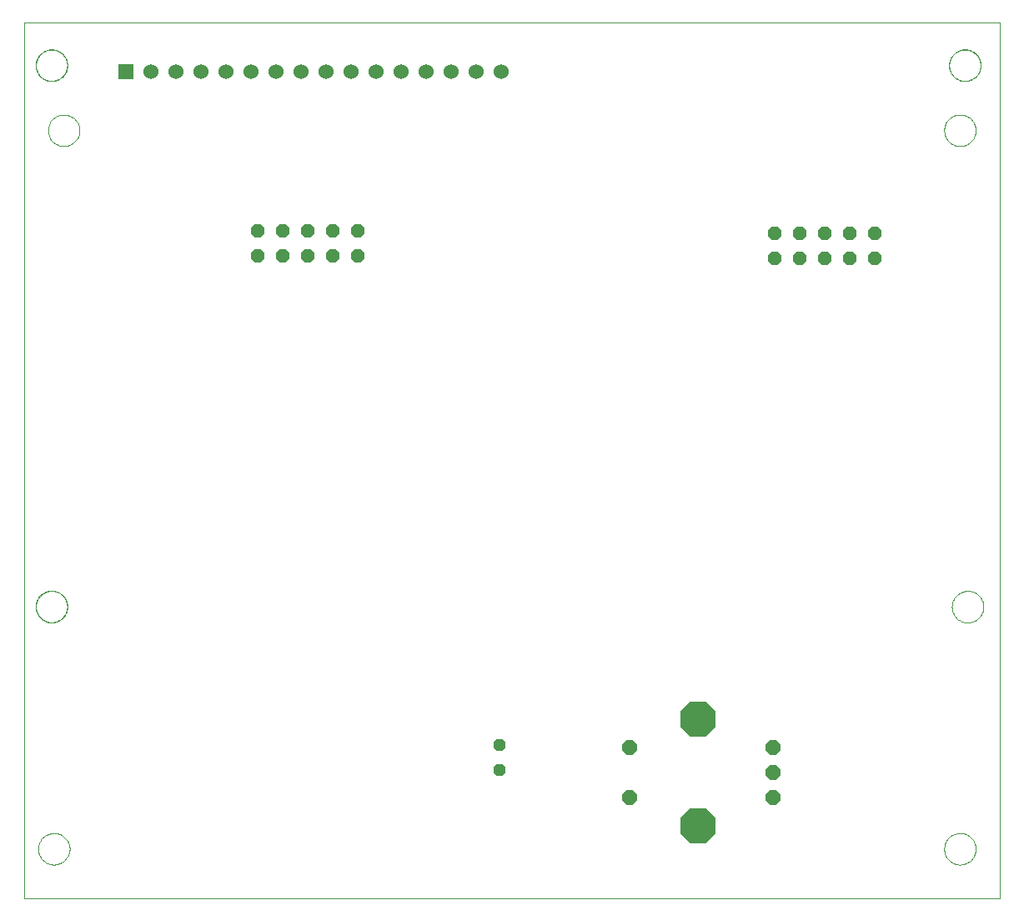
<source format=gtl>
G75*
%MOIN*%
%OFA0B0*%
%FSLAX24Y24*%
%IPPOS*%
%LPD*%
%AMOC8*
5,1,8,0,0,1.08239X$1,22.5*
%
%ADD10C,0.0000*%
%ADD11OC8,0.0591*%
%ADD12OC8,0.1424*%
%ADD13R,0.0600X0.0600*%
%ADD14C,0.0600*%
%ADD15OC8,0.0540*%
%ADD16OC8,0.0480*%
D10*
X000394Y000139D02*
X000394Y035179D01*
X039370Y035179D01*
X039370Y000139D01*
X000394Y000139D01*
X000945Y002108D02*
X000947Y002158D01*
X000953Y002208D01*
X000963Y002257D01*
X000977Y002305D01*
X000994Y002352D01*
X001015Y002397D01*
X001040Y002441D01*
X001068Y002482D01*
X001100Y002521D01*
X001134Y002558D01*
X001171Y002592D01*
X001211Y002622D01*
X001253Y002649D01*
X001297Y002673D01*
X001343Y002694D01*
X001390Y002710D01*
X001438Y002723D01*
X001488Y002732D01*
X001537Y002737D01*
X001588Y002738D01*
X001638Y002735D01*
X001687Y002728D01*
X001736Y002717D01*
X001784Y002702D01*
X001830Y002684D01*
X001875Y002662D01*
X001918Y002636D01*
X001959Y002607D01*
X001998Y002575D01*
X002034Y002540D01*
X002066Y002502D01*
X002096Y002462D01*
X002123Y002419D01*
X002146Y002375D01*
X002165Y002329D01*
X002181Y002281D01*
X002193Y002232D01*
X002201Y002183D01*
X002205Y002133D01*
X002205Y002083D01*
X002201Y002033D01*
X002193Y001984D01*
X002181Y001935D01*
X002165Y001887D01*
X002146Y001841D01*
X002123Y001797D01*
X002096Y001754D01*
X002066Y001714D01*
X002034Y001676D01*
X001998Y001641D01*
X001959Y001609D01*
X001918Y001580D01*
X001875Y001554D01*
X001830Y001532D01*
X001784Y001514D01*
X001736Y001499D01*
X001687Y001488D01*
X001638Y001481D01*
X001588Y001478D01*
X001537Y001479D01*
X001488Y001484D01*
X001438Y001493D01*
X001390Y001506D01*
X001343Y001522D01*
X001297Y001543D01*
X001253Y001567D01*
X001211Y001594D01*
X001171Y001624D01*
X001134Y001658D01*
X001100Y001695D01*
X001068Y001734D01*
X001040Y001775D01*
X001015Y001819D01*
X000994Y001864D01*
X000977Y001911D01*
X000963Y001959D01*
X000953Y002008D01*
X000947Y002058D01*
X000945Y002108D01*
X000854Y011793D02*
X000856Y011843D01*
X000862Y011893D01*
X000872Y011942D01*
X000886Y011990D01*
X000903Y012037D01*
X000924Y012082D01*
X000949Y012126D01*
X000977Y012167D01*
X001009Y012206D01*
X001043Y012243D01*
X001080Y012277D01*
X001120Y012307D01*
X001162Y012334D01*
X001206Y012358D01*
X001252Y012379D01*
X001299Y012395D01*
X001347Y012408D01*
X001397Y012417D01*
X001446Y012422D01*
X001497Y012423D01*
X001547Y012420D01*
X001596Y012413D01*
X001645Y012402D01*
X001693Y012387D01*
X001739Y012369D01*
X001784Y012347D01*
X001827Y012321D01*
X001868Y012292D01*
X001907Y012260D01*
X001943Y012225D01*
X001975Y012187D01*
X002005Y012147D01*
X002032Y012104D01*
X002055Y012060D01*
X002074Y012014D01*
X002090Y011966D01*
X002102Y011917D01*
X002110Y011868D01*
X002114Y011818D01*
X002114Y011768D01*
X002110Y011718D01*
X002102Y011669D01*
X002090Y011620D01*
X002074Y011572D01*
X002055Y011526D01*
X002032Y011482D01*
X002005Y011439D01*
X001975Y011399D01*
X001943Y011361D01*
X001907Y011326D01*
X001868Y011294D01*
X001827Y011265D01*
X001784Y011239D01*
X001739Y011217D01*
X001693Y011199D01*
X001645Y011184D01*
X001596Y011173D01*
X001547Y011166D01*
X001497Y011163D01*
X001446Y011164D01*
X001397Y011169D01*
X001347Y011178D01*
X001299Y011191D01*
X001252Y011207D01*
X001206Y011228D01*
X001162Y011252D01*
X001120Y011279D01*
X001080Y011309D01*
X001043Y011343D01*
X001009Y011380D01*
X000977Y011419D01*
X000949Y011460D01*
X000924Y011504D01*
X000903Y011549D01*
X000886Y011596D01*
X000872Y011644D01*
X000862Y011693D01*
X000856Y011743D01*
X000854Y011793D01*
X000846Y011803D02*
X000848Y011853D01*
X000854Y011903D01*
X000864Y011952D01*
X000878Y012000D01*
X000895Y012047D01*
X000916Y012092D01*
X000941Y012136D01*
X000969Y012177D01*
X001001Y012216D01*
X001035Y012253D01*
X001072Y012287D01*
X001112Y012317D01*
X001154Y012344D01*
X001198Y012368D01*
X001244Y012389D01*
X001291Y012405D01*
X001339Y012418D01*
X001389Y012427D01*
X001438Y012432D01*
X001489Y012433D01*
X001539Y012430D01*
X001588Y012423D01*
X001637Y012412D01*
X001685Y012397D01*
X001731Y012379D01*
X001776Y012357D01*
X001819Y012331D01*
X001860Y012302D01*
X001899Y012270D01*
X001935Y012235D01*
X001967Y012197D01*
X001997Y012157D01*
X002024Y012114D01*
X002047Y012070D01*
X002066Y012024D01*
X002082Y011976D01*
X002094Y011927D01*
X002102Y011878D01*
X002106Y011828D01*
X002106Y011778D01*
X002102Y011728D01*
X002094Y011679D01*
X002082Y011630D01*
X002066Y011582D01*
X002047Y011536D01*
X002024Y011492D01*
X001997Y011449D01*
X001967Y011409D01*
X001935Y011371D01*
X001899Y011336D01*
X001860Y011304D01*
X001819Y011275D01*
X001776Y011249D01*
X001731Y011227D01*
X001685Y011209D01*
X001637Y011194D01*
X001588Y011183D01*
X001539Y011176D01*
X001489Y011173D01*
X001438Y011174D01*
X001389Y011179D01*
X001339Y011188D01*
X001291Y011201D01*
X001244Y011217D01*
X001198Y011238D01*
X001154Y011262D01*
X001112Y011289D01*
X001072Y011319D01*
X001035Y011353D01*
X001001Y011390D01*
X000969Y011429D01*
X000941Y011470D01*
X000916Y011514D01*
X000895Y011559D01*
X000878Y011606D01*
X000864Y011654D01*
X000854Y011703D01*
X000848Y011753D01*
X000846Y011803D01*
X001339Y030848D02*
X001341Y030898D01*
X001347Y030948D01*
X001357Y030997D01*
X001371Y031045D01*
X001388Y031092D01*
X001409Y031137D01*
X001434Y031181D01*
X001462Y031222D01*
X001494Y031261D01*
X001528Y031298D01*
X001565Y031332D01*
X001605Y031362D01*
X001647Y031389D01*
X001691Y031413D01*
X001737Y031434D01*
X001784Y031450D01*
X001832Y031463D01*
X001882Y031472D01*
X001931Y031477D01*
X001982Y031478D01*
X002032Y031475D01*
X002081Y031468D01*
X002130Y031457D01*
X002178Y031442D01*
X002224Y031424D01*
X002269Y031402D01*
X002312Y031376D01*
X002353Y031347D01*
X002392Y031315D01*
X002428Y031280D01*
X002460Y031242D01*
X002490Y031202D01*
X002517Y031159D01*
X002540Y031115D01*
X002559Y031069D01*
X002575Y031021D01*
X002587Y030972D01*
X002595Y030923D01*
X002599Y030873D01*
X002599Y030823D01*
X002595Y030773D01*
X002587Y030724D01*
X002575Y030675D01*
X002559Y030627D01*
X002540Y030581D01*
X002517Y030537D01*
X002490Y030494D01*
X002460Y030454D01*
X002428Y030416D01*
X002392Y030381D01*
X002353Y030349D01*
X002312Y030320D01*
X002269Y030294D01*
X002224Y030272D01*
X002178Y030254D01*
X002130Y030239D01*
X002081Y030228D01*
X002032Y030221D01*
X001982Y030218D01*
X001931Y030219D01*
X001882Y030224D01*
X001832Y030233D01*
X001784Y030246D01*
X001737Y030262D01*
X001691Y030283D01*
X001647Y030307D01*
X001605Y030334D01*
X001565Y030364D01*
X001528Y030398D01*
X001494Y030435D01*
X001462Y030474D01*
X001434Y030515D01*
X001409Y030559D01*
X001388Y030604D01*
X001371Y030651D01*
X001357Y030699D01*
X001347Y030748D01*
X001341Y030798D01*
X001339Y030848D01*
X000854Y033446D02*
X000856Y033496D01*
X000862Y033546D01*
X000872Y033595D01*
X000886Y033643D01*
X000903Y033690D01*
X000924Y033735D01*
X000949Y033779D01*
X000977Y033820D01*
X001009Y033859D01*
X001043Y033896D01*
X001080Y033930D01*
X001120Y033960D01*
X001162Y033987D01*
X001206Y034011D01*
X001252Y034032D01*
X001299Y034048D01*
X001347Y034061D01*
X001397Y034070D01*
X001446Y034075D01*
X001497Y034076D01*
X001547Y034073D01*
X001596Y034066D01*
X001645Y034055D01*
X001693Y034040D01*
X001739Y034022D01*
X001784Y034000D01*
X001827Y033974D01*
X001868Y033945D01*
X001907Y033913D01*
X001943Y033878D01*
X001975Y033840D01*
X002005Y033800D01*
X002032Y033757D01*
X002055Y033713D01*
X002074Y033667D01*
X002090Y033619D01*
X002102Y033570D01*
X002110Y033521D01*
X002114Y033471D01*
X002114Y033421D01*
X002110Y033371D01*
X002102Y033322D01*
X002090Y033273D01*
X002074Y033225D01*
X002055Y033179D01*
X002032Y033135D01*
X002005Y033092D01*
X001975Y033052D01*
X001943Y033014D01*
X001907Y032979D01*
X001868Y032947D01*
X001827Y032918D01*
X001784Y032892D01*
X001739Y032870D01*
X001693Y032852D01*
X001645Y032837D01*
X001596Y032826D01*
X001547Y032819D01*
X001497Y032816D01*
X001446Y032817D01*
X001397Y032822D01*
X001347Y032831D01*
X001299Y032844D01*
X001252Y032860D01*
X001206Y032881D01*
X001162Y032905D01*
X001120Y032932D01*
X001080Y032962D01*
X001043Y032996D01*
X001009Y033033D01*
X000977Y033072D01*
X000949Y033113D01*
X000924Y033157D01*
X000903Y033202D01*
X000886Y033249D01*
X000872Y033297D01*
X000862Y033346D01*
X000856Y033396D01*
X000854Y033446D01*
X000846Y033456D02*
X000848Y033506D01*
X000854Y033556D01*
X000864Y033605D01*
X000878Y033653D01*
X000895Y033700D01*
X000916Y033745D01*
X000941Y033789D01*
X000969Y033830D01*
X001001Y033869D01*
X001035Y033906D01*
X001072Y033940D01*
X001112Y033970D01*
X001154Y033997D01*
X001198Y034021D01*
X001244Y034042D01*
X001291Y034058D01*
X001339Y034071D01*
X001389Y034080D01*
X001438Y034085D01*
X001489Y034086D01*
X001539Y034083D01*
X001588Y034076D01*
X001637Y034065D01*
X001685Y034050D01*
X001731Y034032D01*
X001776Y034010D01*
X001819Y033984D01*
X001860Y033955D01*
X001899Y033923D01*
X001935Y033888D01*
X001967Y033850D01*
X001997Y033810D01*
X002024Y033767D01*
X002047Y033723D01*
X002066Y033677D01*
X002082Y033629D01*
X002094Y033580D01*
X002102Y033531D01*
X002106Y033481D01*
X002106Y033431D01*
X002102Y033381D01*
X002094Y033332D01*
X002082Y033283D01*
X002066Y033235D01*
X002047Y033189D01*
X002024Y033145D01*
X001997Y033102D01*
X001967Y033062D01*
X001935Y033024D01*
X001899Y032989D01*
X001860Y032957D01*
X001819Y032928D01*
X001776Y032902D01*
X001731Y032880D01*
X001685Y032862D01*
X001637Y032847D01*
X001588Y032836D01*
X001539Y032829D01*
X001489Y032826D01*
X001438Y032827D01*
X001389Y032832D01*
X001339Y032841D01*
X001291Y032854D01*
X001244Y032870D01*
X001198Y032891D01*
X001154Y032915D01*
X001112Y032942D01*
X001072Y032972D01*
X001035Y033006D01*
X001001Y033043D01*
X000969Y033082D01*
X000941Y033123D01*
X000916Y033167D01*
X000895Y033212D01*
X000878Y033259D01*
X000864Y033307D01*
X000854Y033356D01*
X000848Y033406D01*
X000846Y033456D01*
X037165Y030848D02*
X037167Y030898D01*
X037173Y030948D01*
X037183Y030997D01*
X037197Y031045D01*
X037214Y031092D01*
X037235Y031137D01*
X037260Y031181D01*
X037288Y031222D01*
X037320Y031261D01*
X037354Y031298D01*
X037391Y031332D01*
X037431Y031362D01*
X037473Y031389D01*
X037517Y031413D01*
X037563Y031434D01*
X037610Y031450D01*
X037658Y031463D01*
X037708Y031472D01*
X037757Y031477D01*
X037808Y031478D01*
X037858Y031475D01*
X037907Y031468D01*
X037956Y031457D01*
X038004Y031442D01*
X038050Y031424D01*
X038095Y031402D01*
X038138Y031376D01*
X038179Y031347D01*
X038218Y031315D01*
X038254Y031280D01*
X038286Y031242D01*
X038316Y031202D01*
X038343Y031159D01*
X038366Y031115D01*
X038385Y031069D01*
X038401Y031021D01*
X038413Y030972D01*
X038421Y030923D01*
X038425Y030873D01*
X038425Y030823D01*
X038421Y030773D01*
X038413Y030724D01*
X038401Y030675D01*
X038385Y030627D01*
X038366Y030581D01*
X038343Y030537D01*
X038316Y030494D01*
X038286Y030454D01*
X038254Y030416D01*
X038218Y030381D01*
X038179Y030349D01*
X038138Y030320D01*
X038095Y030294D01*
X038050Y030272D01*
X038004Y030254D01*
X037956Y030239D01*
X037907Y030228D01*
X037858Y030221D01*
X037808Y030218D01*
X037757Y030219D01*
X037708Y030224D01*
X037658Y030233D01*
X037610Y030246D01*
X037563Y030262D01*
X037517Y030283D01*
X037473Y030307D01*
X037431Y030334D01*
X037391Y030364D01*
X037354Y030398D01*
X037320Y030435D01*
X037288Y030474D01*
X037260Y030515D01*
X037235Y030559D01*
X037214Y030604D01*
X037197Y030651D01*
X037183Y030699D01*
X037173Y030748D01*
X037167Y030798D01*
X037165Y030848D01*
X037354Y033446D02*
X037356Y033496D01*
X037362Y033546D01*
X037372Y033595D01*
X037386Y033643D01*
X037403Y033690D01*
X037424Y033735D01*
X037449Y033779D01*
X037477Y033820D01*
X037509Y033859D01*
X037543Y033896D01*
X037580Y033930D01*
X037620Y033960D01*
X037662Y033987D01*
X037706Y034011D01*
X037752Y034032D01*
X037799Y034048D01*
X037847Y034061D01*
X037897Y034070D01*
X037946Y034075D01*
X037997Y034076D01*
X038047Y034073D01*
X038096Y034066D01*
X038145Y034055D01*
X038193Y034040D01*
X038239Y034022D01*
X038284Y034000D01*
X038327Y033974D01*
X038368Y033945D01*
X038407Y033913D01*
X038443Y033878D01*
X038475Y033840D01*
X038505Y033800D01*
X038532Y033757D01*
X038555Y033713D01*
X038574Y033667D01*
X038590Y033619D01*
X038602Y033570D01*
X038610Y033521D01*
X038614Y033471D01*
X038614Y033421D01*
X038610Y033371D01*
X038602Y033322D01*
X038590Y033273D01*
X038574Y033225D01*
X038555Y033179D01*
X038532Y033135D01*
X038505Y033092D01*
X038475Y033052D01*
X038443Y033014D01*
X038407Y032979D01*
X038368Y032947D01*
X038327Y032918D01*
X038284Y032892D01*
X038239Y032870D01*
X038193Y032852D01*
X038145Y032837D01*
X038096Y032826D01*
X038047Y032819D01*
X037997Y032816D01*
X037946Y032817D01*
X037897Y032822D01*
X037847Y032831D01*
X037799Y032844D01*
X037752Y032860D01*
X037706Y032881D01*
X037662Y032905D01*
X037620Y032932D01*
X037580Y032962D01*
X037543Y032996D01*
X037509Y033033D01*
X037477Y033072D01*
X037449Y033113D01*
X037424Y033157D01*
X037403Y033202D01*
X037386Y033249D01*
X037372Y033297D01*
X037362Y033346D01*
X037356Y033396D01*
X037354Y033446D01*
X037362Y033456D02*
X037364Y033506D01*
X037370Y033556D01*
X037380Y033605D01*
X037394Y033653D01*
X037411Y033700D01*
X037432Y033745D01*
X037457Y033789D01*
X037485Y033830D01*
X037517Y033869D01*
X037551Y033906D01*
X037588Y033940D01*
X037628Y033970D01*
X037670Y033997D01*
X037714Y034021D01*
X037760Y034042D01*
X037807Y034058D01*
X037855Y034071D01*
X037905Y034080D01*
X037954Y034085D01*
X038005Y034086D01*
X038055Y034083D01*
X038104Y034076D01*
X038153Y034065D01*
X038201Y034050D01*
X038247Y034032D01*
X038292Y034010D01*
X038335Y033984D01*
X038376Y033955D01*
X038415Y033923D01*
X038451Y033888D01*
X038483Y033850D01*
X038513Y033810D01*
X038540Y033767D01*
X038563Y033723D01*
X038582Y033677D01*
X038598Y033629D01*
X038610Y033580D01*
X038618Y033531D01*
X038622Y033481D01*
X038622Y033431D01*
X038618Y033381D01*
X038610Y033332D01*
X038598Y033283D01*
X038582Y033235D01*
X038563Y033189D01*
X038540Y033145D01*
X038513Y033102D01*
X038483Y033062D01*
X038451Y033024D01*
X038415Y032989D01*
X038376Y032957D01*
X038335Y032928D01*
X038292Y032902D01*
X038247Y032880D01*
X038201Y032862D01*
X038153Y032847D01*
X038104Y032836D01*
X038055Y032829D01*
X038005Y032826D01*
X037954Y032827D01*
X037905Y032832D01*
X037855Y032841D01*
X037807Y032854D01*
X037760Y032870D01*
X037714Y032891D01*
X037670Y032915D01*
X037628Y032942D01*
X037588Y032972D01*
X037551Y033006D01*
X037517Y033043D01*
X037485Y033082D01*
X037457Y033123D01*
X037432Y033167D01*
X037411Y033212D01*
X037394Y033259D01*
X037380Y033307D01*
X037370Y033356D01*
X037364Y033406D01*
X037362Y033456D01*
X037468Y011793D02*
X037470Y011843D01*
X037476Y011893D01*
X037486Y011942D01*
X037500Y011990D01*
X037517Y012037D01*
X037538Y012082D01*
X037563Y012126D01*
X037591Y012167D01*
X037623Y012206D01*
X037657Y012243D01*
X037694Y012277D01*
X037734Y012307D01*
X037776Y012334D01*
X037820Y012358D01*
X037866Y012379D01*
X037913Y012395D01*
X037961Y012408D01*
X038011Y012417D01*
X038060Y012422D01*
X038111Y012423D01*
X038161Y012420D01*
X038210Y012413D01*
X038259Y012402D01*
X038307Y012387D01*
X038353Y012369D01*
X038398Y012347D01*
X038441Y012321D01*
X038482Y012292D01*
X038521Y012260D01*
X038557Y012225D01*
X038589Y012187D01*
X038619Y012147D01*
X038646Y012104D01*
X038669Y012060D01*
X038688Y012014D01*
X038704Y011966D01*
X038716Y011917D01*
X038724Y011868D01*
X038728Y011818D01*
X038728Y011768D01*
X038724Y011718D01*
X038716Y011669D01*
X038704Y011620D01*
X038688Y011572D01*
X038669Y011526D01*
X038646Y011482D01*
X038619Y011439D01*
X038589Y011399D01*
X038557Y011361D01*
X038521Y011326D01*
X038482Y011294D01*
X038441Y011265D01*
X038398Y011239D01*
X038353Y011217D01*
X038307Y011199D01*
X038259Y011184D01*
X038210Y011173D01*
X038161Y011166D01*
X038111Y011163D01*
X038060Y011164D01*
X038011Y011169D01*
X037961Y011178D01*
X037913Y011191D01*
X037866Y011207D01*
X037820Y011228D01*
X037776Y011252D01*
X037734Y011279D01*
X037694Y011309D01*
X037657Y011343D01*
X037623Y011380D01*
X037591Y011419D01*
X037563Y011460D01*
X037538Y011504D01*
X037517Y011549D01*
X037500Y011596D01*
X037486Y011644D01*
X037476Y011693D01*
X037470Y011743D01*
X037468Y011793D01*
X037165Y002108D02*
X037167Y002158D01*
X037173Y002208D01*
X037183Y002257D01*
X037197Y002305D01*
X037214Y002352D01*
X037235Y002397D01*
X037260Y002441D01*
X037288Y002482D01*
X037320Y002521D01*
X037354Y002558D01*
X037391Y002592D01*
X037431Y002622D01*
X037473Y002649D01*
X037517Y002673D01*
X037563Y002694D01*
X037610Y002710D01*
X037658Y002723D01*
X037708Y002732D01*
X037757Y002737D01*
X037808Y002738D01*
X037858Y002735D01*
X037907Y002728D01*
X037956Y002717D01*
X038004Y002702D01*
X038050Y002684D01*
X038095Y002662D01*
X038138Y002636D01*
X038179Y002607D01*
X038218Y002575D01*
X038254Y002540D01*
X038286Y002502D01*
X038316Y002462D01*
X038343Y002419D01*
X038366Y002375D01*
X038385Y002329D01*
X038401Y002281D01*
X038413Y002232D01*
X038421Y002183D01*
X038425Y002133D01*
X038425Y002083D01*
X038421Y002033D01*
X038413Y001984D01*
X038401Y001935D01*
X038385Y001887D01*
X038366Y001841D01*
X038343Y001797D01*
X038316Y001754D01*
X038286Y001714D01*
X038254Y001676D01*
X038218Y001641D01*
X038179Y001609D01*
X038138Y001580D01*
X038095Y001554D01*
X038050Y001532D01*
X038004Y001514D01*
X037956Y001499D01*
X037907Y001488D01*
X037858Y001481D01*
X037808Y001478D01*
X037757Y001479D01*
X037708Y001484D01*
X037658Y001493D01*
X037610Y001506D01*
X037563Y001522D01*
X037517Y001543D01*
X037473Y001567D01*
X037431Y001594D01*
X037391Y001624D01*
X037354Y001658D01*
X037320Y001695D01*
X037288Y001734D01*
X037260Y001775D01*
X037235Y001819D01*
X037214Y001864D01*
X037197Y001911D01*
X037183Y001959D01*
X037173Y002008D01*
X037167Y002058D01*
X037165Y002108D01*
D11*
X030325Y004155D03*
X030325Y005155D03*
X030325Y006155D03*
X024575Y006155D03*
X024575Y004155D03*
D12*
X027325Y003030D03*
X027325Y007280D03*
D13*
X004437Y033210D03*
D14*
X005437Y033210D03*
X006437Y033210D03*
X007437Y033210D03*
X008437Y033210D03*
X009437Y033210D03*
X010437Y033210D03*
X011437Y033210D03*
X012437Y033210D03*
X013437Y033210D03*
X014437Y033210D03*
X015437Y033210D03*
X016437Y033210D03*
X017437Y033210D03*
X018437Y033210D03*
X019437Y033210D03*
D15*
X013713Y026820D03*
X013713Y025820D03*
X012713Y025820D03*
X012713Y026820D03*
X011713Y026820D03*
X011713Y025820D03*
X010713Y025820D03*
X010713Y026820D03*
X009713Y026820D03*
X009713Y025820D03*
X030382Y025722D03*
X031382Y025722D03*
X032382Y025722D03*
X033382Y025722D03*
X034382Y025722D03*
X034382Y026722D03*
X033382Y026722D03*
X032382Y026722D03*
X031382Y026722D03*
X030382Y026722D03*
D16*
X019376Y006261D03*
X019376Y005261D03*
M02*

</source>
